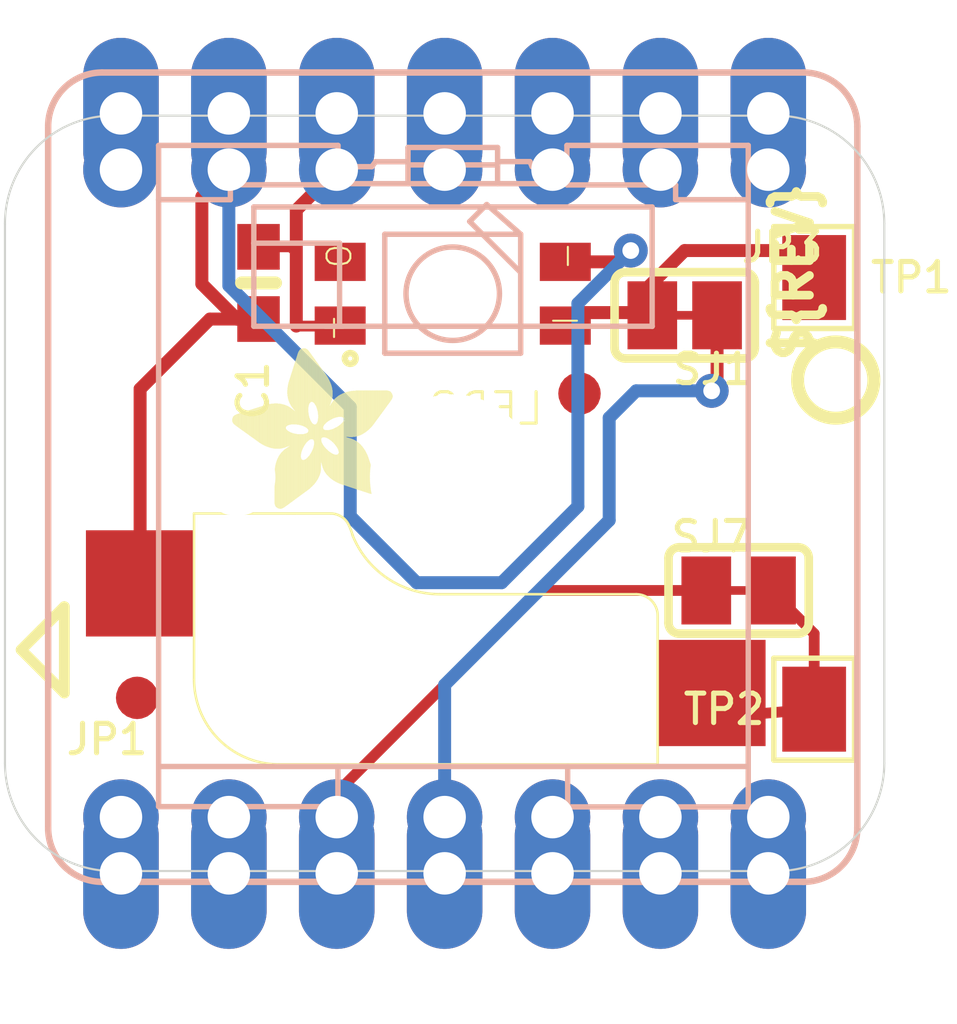
<source format=kicad_pcb>
(kicad_pcb (version 20221018) (generator pcbnew)
  (layers (0 "F.Cu" signal) (1 "In1.Cu" signal) (2 "In2.Cu" signal) (3 "In3.Cu" signal) (4 "In4.Cu" signal) (5 "In5.Cu" signal) (6 "In6.Cu" signal) (7 "In7.Cu" signal) (8 "In8.Cu" signal) (9 "In9.Cu" signal) (10 "In10.Cu" signal) (11 "In11.Cu" signal) (12 "In12.Cu" signal) (13 "In13.Cu" signal) (14 "In14.Cu" signal) (31 "B.Cu" signal) (34 "B.Paste" user) (35 "F.Paste" user) (36 "B.SilkS" user "B.Silkscreen") (37 "F.SilkS" user "F.Silkscreen") (38 "B.Mask" user) (39 "F.Mask" user) (44 "Edge.Cuts" user))
  (net 0 "")
  (net 1 "GND")
  (net 2 "+5V")
  (net 3 "A3")
  (net 4 "A0")
  (net 5 "A1")
  (net 6 "A2")
  (net 7 "SDA")
  (net 8 "SCL")
  (net 9 "TX")
  (net 10 "MOSI")
  (net 11 "SCK")
  (net 12 "RX")
  (net 13 "MISO")
  (net 14 "NEOPIX")
  (net 15 "3.3V")
  (net 16 "SWITCH")
  (footprint "working:SOLDERJUMPER_CLOSEDWIRE" (layer "F.Cu") (at 154.1526 100.8126 180)
    (fp_text reference "SJ1" (at -1.651 -1.27) (layer "F.SilkS") (effects (font (size 0.692831 0.692831) (thickness 0.119969)) (justify right)))
    (fp_text value "")
    (pad "1" smd rect (at -0.762 0 180) (size 1.1684 1.6002) (layers "F.Cu") (net 3 "A3"))
    (pad "2" smd rect (at 0.762 0 180) (size 1.1684 1.6002) (layers "F.Cu") (net 14 "NEOPIX"))
    (pad "WIRE" smd rect (at 0 0) (size 0.635 0.2032) (layers "F.Cu"))
  )
  (footprint "working:PLABEL9" (layer "F.Cu") (at 139.4206 97.5106 90)
    (fp_text reference "PLABEL9" hide)
    (fp_text value "" hide)
  )
  (footprint "working:PLABEL3" (layer "F.Cu") (at 154.4066 102.0826 180)
    (fp_text reference "PLABEL3" hide)
    (fp_text value "" hide)
  )
  (footprint "working:PLABEL6" (layer "F.Cu") (at 157.7086 106.1466 90)
    (fp_text reference "PLABEL6" hide)
    (fp_text value "" hide)
  )
  (footprint "working:0603-NO" (layer "F.Cu") (at 144.1196 100.0506 -90)
    (fp_text reference "C1" (at 1.778 0.127 90) (layer "F.SilkS") (effects (font (size 0.692831 0.692831) (thickness 0.119969)) (justify right)))
    (fp_text value "1uF")
    (pad "1" smd rect (at -0.85 0 270) (size 1.075 1) (layers "F.Cu" "F.Paste" "F.Mask") (net 15 "3.3V"))
    (pad "2" smd rect (at 0.85 0 270) (size 1.075 1) (layers "F.Cu" "F.Paste" "F.Mask") (net 1 "GND"))
  )
  (footprint "working:PLABEL7" (layer "F.Cu") (at 141.3256 102.0826 90)
    (fp_text reference "PLABEL7" hide)
    (fp_text value "" hide)
  )
  (footprint "working:PAD-1.5X2.0" (layer "F.Cu") (at 157.2006 110.0836 180)
    (fp_text reference "TP2" (at 1.1 0) (layer "F.SilkS") (effects (font (size 0.692831 0.692831) (thickness 0.119969)) (justify right)))
    (fp_text value "")
    (pad "P$1" smd rect (at 0 0 180) (size 1.5 2) (layers "F.Cu" "F.Mask") (net 16 "SWITCH"))
  )
  (footprint "working:1X07_CASTEL" (layer "F.Cu") (at 148.5011 112.6236)
    (fp_text reference "JP1" (at -8.9662 -1.8288) (layer "F.SilkS") (effects (font (size 0.692831 0.692831) (thickness 0.119969)) (justify left)))
    (fp_text value "")
    (pad "1" thru_hole circle (at -7.62 0 90) (size 1.778 1.778) (drill 1) (layers "*.Cu" "*.Mask") (net 4 "A0"))
    (pad "1C" thru_hole oval (at -7.62 1.323975 90) (size 3.556 1.778) (drill 1) (layers "*.Cu" "*.Mask") (net 4 "A0"))
    (pad "2" thru_hole circle (at -5.08 0 90) (size 1.778 1.778) (drill 1) (layers "*.Cu" "*.Mask") (net 5 "A1"))
    (pad "2C" thru_hole oval (at -5.08 1.323975 90) (size 3.556 1.778) (drill 1) (layers "*.Cu" "*.Mask") (net 5 "A1"))
    (pad "3" thru_hole circle (at -2.54 0 90) (size 1.778 1.778) (drill 1) (layers "*.Cu" "*.Mask") (net 6 "A2"))
    (pad "3C" thru_hole oval (at -2.54 1.323975 90) (size 3.556 1.778) (drill 1) (layers "*.Cu" "*.Mask") (net 6 "A2"))
    (pad "4" thru_hole circle (at 0 0 90) (size 1.778 1.778) (drill 1) (layers "*.Cu" "*.Mask") (net 3 "A3"))
    (pad "4C" thru_hole oval (at 0 1.323975 90) (size 3.556 1.778) (drill 1) (layers "*.Cu" "*.Mask") (net 3 "A3"))
    (pad "5" thru_hole circle (at 2.54 0 90) (size 1.778 1.778) (drill 1) (layers "*.Cu" "*.Mask") (net 7 "SDA"))
    (pad "5C" thru_hole oval (at 2.54 1.323975 90) (size 3.556 1.778) (drill 1) (layers "*.Cu" "*.Mask") (net 7 "SDA"))
    (pad "6" thru_hole circle (at 5.08 0 90) (size 1.778 1.778) (drill 1) (layers "*.Cu" "*.Mask") (net 8 "SCL"))
    (pad "6C" thru_hole oval (at 5.08 1.323975 90) (size 3.556 1.778) (drill 1) (layers "*.Cu" "*.Mask") (net 8 "SCL"))
    (pad "7" thru_hole circle (at 7.62 0 90) (size 1.778 1.778) (drill 1) (layers "*.Cu" "*.Mask") (net 9 "TX"))
    (pad "7C" thru_hole oval (at 7.62 1.323975 90) (size 3.556 1.778) (drill 1) (layers "*.Cu" "*.Mask") (net 9 "TX"))
  )
  (footprint "working:PLABEL2" (layer "F.Cu") (at 156.0576 98.6536 180)
    (fp_text reference "PLABEL2" hide)
    (fp_text value "" hide)
  )
  (footprint "working:ADAFRUIT_3.5MM" (layer "F.Cu") (at 147.2946 105.3846 90)
    (fp_text reference "U$2" hide)
    (fp_text value "" hide)
  )
  (footprint "working:PAD-1.5X2.0" (layer "F.Cu") (at 157.2006 99.9236)
    (fp_text reference "TP1" (at 1.27 0) (layer "F.SilkS") (effects (font (size 0.692831 0.692831) (thickness 0.119969)) (justify left)))
    (fp_text value "")
    (pad "P$1" smd rect (at 0 0) (size 1.5 2) (layers "F.Cu" "F.Mask") (net 14 "NEOPIX"))
  )
  (footprint "working:PLABEL1" (layer "F.Cu") (at 153.5176 105.8926 180)
    (fp_text reference "PLABEL1" hide)
    (fp_text value "" hide)
  )
  (footprint "working:PLABEL8" (layer "F.Cu") (at 139.2936 111.8616 90)
    (fp_text reference "PLABEL8" hide)
    (fp_text value "" hide)
  )
  (footprint "working:SOLDERJUMPER_CLOSEDWIRE" (layer "F.Cu") (at 155.4226 107.2896)
    (fp_text reference "SJ7" (at -1.651 -1.27) (layer "F.SilkS") (effects (font (size 0.692831 0.692831) (thickness 0.119969)) (justify left)))
    (fp_text value "")
    (pad "1" smd rect (at -0.762 0) (size 1.1684 1.6002) (layers "F.Cu") (net 6 "A2"))
    (pad "2" smd rect (at 0.762 0) (size 1.1684 1.6002) (layers "F.Cu") (net 16 "SWITCH"))
    (pad "WIRE" smd rect (at 0 0 180) (size 0.635 0.2032) (layers "F.Cu"))
  )
  (footprint "working:FIDUCIAL_1MM" (layer "F.Cu") (at 141.2621 109.8169 -90)
    (fp_text reference "U$6" hide)
    (fp_text value "FIDUCIAL_1MM" hide)
    (pad "1" smd roundrect (at 0 0 270) (size 1 1) (layers "F.Cu" "F.Mask") (roundrect_rratio 0.5))
  )
  (footprint "working:FIDUCIAL_1MM" (layer "F.Cu") (at 151.6761 102.6541 -90)
    (fp_text reference "U$8" hide)
    (fp_text value "FIDUCIAL_1MM" hide)
    (pad "1" smd roundrect (at 0 0 270) (size 1 1) (layers "F.Cu" "F.Mask") (roundrect_rratio 0.5))
  )
  (footprint "working:PLABEL5" (layer "F.Cu") (at 156.4386 104.4956 90)
    (fp_text reference "PLABEL5" hide)
    (fp_text value "" hide)
  )
  (footprint "working:PCBFEAT-REV-040" (layer "F.Cu") (at 157.7086 102.3366 -90)
    (fp_text reference "U$3" hide)
    (fp_text value "" hide)
    (fp_text user "${REV}" (at -0.3556 0.508 -90) (layer "F.SilkS") (effects (font (size 0.8128 0.8128) (thickness 0.2032)) (justify left bottom)))
  )
  (footprint "working:1X07_CASTEL" (layer "F.Cu") (at 148.5011 97.3836 180)
    (fp_text reference "JP3" (at -8.9662 -1.8288) (layer "F.SilkS") (effects (font (size 0.692831 0.692831) (thickness 0.119969)) (justify right)))
    (fp_text value "")
    (pad "1" thru_hole circle (at -7.62 0 270) (size 1.778 1.778) (drill 1) (layers "*.Cu" "*.Mask") (net 12 "RX"))
    (pad "1C" thru_hole oval (at -7.62 1.323975 270) (size 3.556 1.778) (drill 1) (layers "*.Cu" "*.Mask") (net 12 "RX"))
    (pad "2" thru_hole circle (at -5.08 0 270) (size 1.778 1.778) (drill 1) (layers "*.Cu" "*.Mask") (net 11 "SCK"))
    (pad "2C" thru_hole oval (at -5.08 1.323975 270) (size 3.556 1.778) (drill 1) (layers "*.Cu" "*.Mask") (net 11 "SCK"))
    (pad "3" thru_hole circle (at -2.54 0 270) (size 1.778 1.778) (drill 1) (layers "*.Cu" "*.Mask") (net 13 "MISO"))
    (pad "3C" thru_hole oval (at -2.54 1.323975 270) (size 3.556 1.778) (drill 1) (layers "*.Cu" "*.Mask") (net 13 "MISO"))
    (pad "4" thru_hole circle (at 0 0 270) (size 1.778 1.778) (drill 1) (layers "*.Cu" "*.Mask") (net 10 "MOSI"))
    (pad "4C" thru_hole oval (at 0 1.323975 270) (size 3.556 1.778) (drill 1) (layers "*.Cu" "*.Mask") (net 10 "MOSI"))
    (pad "5" thru_hole circle (at 2.54 0 270) (size 1.778 1.778) (drill 1) (layers "*.Cu" "*.Mask") (net 15 "3.3V"))
    (pad "5C" thru_hole oval (at 2.54 1.323975 270) (size 3.556 1.778) (drill 1) (layers "*.Cu" "*.Mask") (net 15 "3.3V"))
    (pad "6" thru_hole circle (at 5.08 0 270) (size 1.778 1.778) (drill 1) (layers "*.Cu" "*.Mask") (net 1 "GND"))
    (pad "6C" thru_hole oval (at 5.08 1.323975 270) (size 3.556 1.778) (drill 1) (layers "*.Cu" "*.Mask") (net 1 "GND"))
    (pad "7" thru_hole circle (at 7.62 0 270) (size 1.778 1.778) (drill 1) (layers "*.Cu" "*.Mask") (net 2 "+5V"))
    (pad "7C" thru_hole oval (at 7.62 1.323975 270) (size 3.556 1.778) (drill 1) (layers "*.Cu" "*.Mask") (net 2 "+5V"))
  )
  (footprint "working:PLABEL4" (layer "F.Cu") (at 139.0396 105.1306 90)
    (fp_text reference "PLABEL4" hide)
    (fp_text value "" hide)
  )
  (footprint "working:PLABEL0" (layer "F.Cu") (at 158.0896 113.3856 90)
    (fp_text reference "PLABEL0" hide)
    (fp_text value "" hide)
  )
  (footprint "working:NEO3535_REVERSE" (layer "B.Cu") (at 148.6916 100.3046 180)
    (fp_text reference "LED2" (at -2.1875 -2.7075) (layer "F.SilkS") (effects (font (size 0.739648 0.739648) (thickness 0.073152)) (justify left mirror)))
    (fp_text value "WS2812B_SK6812E" hide)
    (fp_text user "O" (at 2.667 0.889 90) (layer "F.SilkS") (effects (font (size 0.560832 0.560832) (thickness 0.048768))))
    (fp_text user "-" (at -2.667 0.889 90) (layer "F.SilkS") (effects (font (size 0.560832 0.560832) (thickness 0.048768))))
    (fp_text user "I" (at -2.667 -0.635 90) (layer "F.SilkS") (effects (font (size 0.560832 0.560832) (thickness 0.048768))))
    (fp_text user "+" (at 2.794 -0.762) (layer "F.SilkS") (effects (font (size 0.560832 0.560832) (thickness 0.048768))))
    (pad "1-VDD" smd rect (at 2.65 -0.75 180) (size 1.2 0.9) (layers "F.Cu" "F.Paste" "F.Mask") (net 15 "3.3V"))
    (pad "2-DOUT" smd rect (at 2.65 0.75 180) (size 1.2 0.9) (layers "F.Cu" "F.Paste" "F.Mask"))
    (pad "3-GND" smd rect (at -2.65 0.75 180) (size 1.2 0.9) (layers "F.Cu" "F.Paste" "F.Mask") (net 1 "GND"))
    (pad "4-DIN" smd rect (at -2.65 -0.75 180) (size 1.2 0.9) (layers "F.Cu" "F.Paste" "F.Mask") (net 14 "NEOPIX"))
  )
  (footprint "working:KAILH_SOCKET" (layer "B.Cu") (at 148.6916 104.6226)
    (fp_text reference "SW2" hide)
    (fp_text value "MX SOCKET" hide)
    (pad "" np_thru_hole circle (at -5.08 0) (size 1.8135 1.8135) (drill 1.8135) (layers "*.Cu" "*.Mask"))
    (pad "" np_thru_hole circle (at -3.81 2.54) (size 3.2 3.2) (drill 3.2) (layers "*.Cu" "*.Mask"))
    (pad "" np_thru_hole circle (at 0 0) (size 3.9 3.9) (drill 3.9) (layers "*.Cu" "*.Mask"))
    (pad "" np_thru_hole circle (at 2.54 5.08) (size 3.2 3.2) (drill 3.2) (layers "*.Cu" "*.Mask"))
    (pad "" np_thru_hole circle (at 5.08 0) (size 1.8135 1.8135) (drill 1.8135) (layers "*.Cu" "*.Mask"))
    (pad "1" smd rect (at 6.09 5.08 180) (size 2.55 2.5) (layers "F.Cu" "F.Paste" "F.Mask") (net 16 "SWITCH"))
    (pad "2" smd rect (at -7.36 2.5 180) (size 2.55 2.5) (layers "F.Cu" "F.Paste" "F.Mask") (net 1 "GND"))
  )
  (gr_line (start 138.5316 108.6866) (end 139.5476 109.7026) (stroke (width 0.254)) (layer "F.SilkS"))
  (gr_line (start 139.5476 107.6706) (end 138.5316 108.6866) (stroke (width 0.254)) (layer "F.SilkS"))
  (gr_line (start 139.5476 109.7026) (end 139.5476 107.6706) (stroke (width 0.254)) (layer "F.SilkS"))
  (gr_arc (start 156.3116 96.1136) (mid 158.107651 96.857549) (end 158.8516 98.6536) (stroke (width 0.05)) (layer "Edge.Cuts"))
  (gr_arc (start 138.1506 98.6536) (mid 138.894549 96.857549) (end 140.6906 96.1136) (stroke (width 0.05)) (layer "Edge.Cuts"))
  (gr_line (start 138.1506 98.6536) (end 138.1506 111.3536) (stroke (width 0.05)) (layer "Edge.Cuts"))
  (gr_arc (start 158.8516 111.3536) (mid 158.107651 113.149651) (end 156.3116 113.8936) (stroke (width 0.05)) (layer "Edge.Cuts"))
  (gr_line (start 156.3116 96.1136) (end 140.6906 96.1136) (stroke (width 0.05)) (layer "Edge.Cuts"))
  (gr_line (start 140.6906 113.8936) (end 156.3116 113.8936) (stroke (width 0.05)) (layer "Edge.Cuts"))
  (gr_line (start 158.8516 111.3536) (end 158.8516 98.6536) (stroke (width 0.05)) (layer "Edge.Cuts"))
  (gr_arc (start 140.6906 113.8936) (mid 138.894549 113.149651) (end 138.1506 111.3536) (stroke (width 0.05)) (layer "Edge.Cuts"))
  (segment (start 144.1196 100.9006) (end 143.6116 100.9006) (width 0.3048) (layer "F.Cu") (net 1))
  (segment (start 141.3316 107.1226) (end 141.3316 102.5456) (width 0.3048) (layer "F.Cu") (net 1))
  (segment (start 142.9766 100.9006) (end 141.3316 102.5456) (width 0.3048) (layer "F.Cu") (net 1))
  (segment (start 152.6166 99.5546) (end 152.8826 99.2886) (width 0.3048) (layer "F.Cu") (net 1))
  (segment (start 143.4211 96.059625) (end 143.4211 97.3836) (width 0.3048) (layer "F.Cu") (net 1))
  (segment (start 144.1196 100.9006) (end 142.9766 100.9006) (width 0.3048) (layer "F.Cu") (net 1))
  (segment (start 142.7861 98.0186) (end 143.4211 97.3836) (width 0.3048) (layer "F.Cu") (net 1))
  (segment (start 151.3416 99.5546) (end 152.6166 99.5546) (width 0.3048) (layer "F.Cu") (net 1))
  (segment (start 142.7861 100.0751) (end 143.6116 100.9006) (width 0.3048) (layer "F.Cu") (net 1))
  (segment (start 142.7861 98.0186) (end 142.7861 100.0751) (width 0.3048) (layer "F.Cu") (net 1))
  (via (at 152.8826 99.2886) (size 0.8001) (drill 0.3937) (layers "F.Cu" "B.Cu") (net 1))
  (segment (start 147.842543 107.106) (end 146.2786 105.542057) (width 0.3048) (layer "B.Cu") (net 1))
  (segment (start 146.2786 102.9716) (end 143.4211 100.1141) (width 0.3048) (layer "B.Cu") (net 1))
  (segment (start 152.8826 99.2886) (end 151.638 100.5332) (width 0.3048) (layer "B.Cu") (net 1))
  (segment (start 143.4211 100.1141) (end 143.4211 97.3836) (width 0.3048) (layer "B.Cu") (net 1))
  (segment (start 151.638 100.5332) (end 151.638 105.3117) (width 0.3048) (layer "B.Cu") (net 1))
  (segment (start 149.8437 107.106) (end 147.842543 107.106) (width 0.3048) (layer "B.Cu") (net 1))
  (segment (start 151.638 105.3117) (end 149.8437 107.106) (width 0.3048) (layer "B.Cu") (net 1))
  (segment (start 146.2786 105.542057) (end 146.2786 102.9716) (width 0.3048) (layer "B.Cu") (net 1))
  (segment (start 140.8811 96.059625) (end 140.8811 97.3836) (width 0.3048) (layer "F.Cu") (net 2))
  (segment (start 154.9146 102.4636) (end 154.7876 102.5906) (width 0.3048) (layer "F.Cu") (net 3))
  (segment (start 154.9146 100.8126) (end 154.9146 102.4636) (width 0.3048) (layer "F.Cu") (net 3))
  (segment (start 148.5011 113.947575) (end 148.5011 112.6236) (width 0.254) (layer "F.Cu") (net 3))
  (via (at 154.7876 102.5906) (size 0.8001) (drill 0.3937) (layers "F.Cu" "B.Cu") (net 3))
  (segment (start 152.3746 105.6386) (end 148.5011 109.5121) (width 0.3048) (layer "B.Cu") (net 3))
  (segment (start 153.0096 102.5906) (end 152.3746 103.2256) (width 0.3048) (layer "B.Cu") (net 3))
  (segment (start 148.5011 109.5121) (end 148.5011 112.6236) (width 0.3048) (layer "B.Cu") (net 3))
  (segment (start 152.3746 103.2256) (end 152.3746 105.6386) (width 0.3048) (layer "B.Cu") (net 3))
  (segment (start 154.7876 102.5906) (end 153.0096 102.5906) (width 0.3048) (layer "B.Cu") (net 3))
  (segment (start 140.8811 113.947575) (end 140.8811 112.6236) (width 0.254) (layer "F.Cu") (net 4))
  (segment (start 143.4211 113.947575) (end 143.4211 112.6236) (width 0.254) (layer "F.Cu") (net 5))
  (segment (start 145.9611 112.0521) (end 145.9611 112.6236) (width 0.254) (layer "F.Cu") (net 6))
  (segment (start 154.6606 107.2896) (end 150.7236 107.2896) (width 0.254) (layer "F.Cu") (net 6))
  (segment (start 145.9611 113.947575) (end 145.9611 112.6236) (width 0.254) (layer "F.Cu") (net 6))
  (segment (start 150.7236 107.2896) (end 145.9611 112.0521) (width 0.254) (layer "F.Cu") (net 6))
  (segment (start 151.0411 113.3221) (end 151.2316 113.1316) (width 0.254) (layer "F.Cu") (net 7))
  (segment (start 151.2316 113.1316) (end 151.2316 112.8141) (width 0.254) (layer "F.Cu") (net 7))
  (segment (start 151.0411 113.947575) (end 151.0411 113.3221) (width 0.254) (layer "F.Cu") (net 7))
  (segment (start 151.2316 112.8141) (end 151.0411 112.6236) (width 0.254) (layer "F.Cu") (net 7))
  (segment (start 153.5811 113.947575) (end 153.5811 112.6236) (width 0.254) (layer "F.Cu") (net 8))
  (segment (start 156.1211 113.947575) (end 156.1211 112.6236) (width 0.254) (layer "F.Cu") (net 9))
  (segment (start 148.5011 96.059625) (end 148.5011 97.3836) (width 0.3048) (layer "F.Cu") (net 10))
  (segment (start 153.5811 96.059625) (end 153.5811 97.3836) (width 0.3048) (layer "F.Cu") (net 11))
  (segment (start 156.1211 96.059625) (end 156.1211 97.3836) (width 0.3048) (layer "F.Cu") (net 12))
  (segment (start 150.8506 97.1931) (end 151.0411 97.3836) (width 0.3048) (layer "F.Cu") (net 13))
  (segment (start 151.0411 96.059625) (end 151.0411 96.5581) (width 0.3048) (layer "F.Cu") (net 13))
  (segment (start 150.8506 96.7486) (end 150.8506 97.1931) (width 0.3048) (layer "F.Cu") (net 13))
  (segment (start 151.0411 96.5581) (end 150.8506 96.7486) (width 0.3048) (layer "F.Cu") (net 13))
  (segment (start 151.6471 100.7491) (end 153.3271 100.7491) (width 0.3048) (layer "F.Cu") (net 14))
  (segment (start 154.1526 99.2886) (end 153.2636 100.1776) (width 0.3048) (layer "F.Cu") (net 14))
  (segment (start 156.5656 99.2886) (end 154.1526 99.2886) (width 0.3048) (layer "F.Cu") (net 14))
  (segment (start 157.2006 99.9236) (end 156.5656 99.2886) (width 0.3048) (layer "F.Cu") (net 14))
  (segment (start 151.3416 101.0546) (end 151.6471 100.7491) (width 0.3048) (layer "F.Cu") (net 14))
  (segment (start 153.2636 100.1776) (end 153.2636 100.6856) (width 0.3048) (layer "F.Cu") (net 14))
  (segment (start 153.2636 100.6856) (end 153.3271 100.7491) (width 0.3048) (layer "F.Cu") (net 14))
  (segment (start 153.3271 100.7491) (end 153.3906 100.8126) (width 0.3048) (layer "F.Cu") (net 14))
  (segment (start 145.0086 99.3276) (end 145.0086 101.0666) (width 0.254) (layer "F.Cu") (net 15))
  (segment (start 146.0296 101.0666) (end 146.0416 101.0546) (width 0.254) (layer "F.Cu") (net 15))
  (segment (start 144.8816 99.2006) (end 145.0086 99.3276) (width 0.254) (layer "F.Cu") (net 15))
  (segment (start 144.1196 99.2006) (end 144.8816 99.2006) (width 0.254) (layer "F.Cu") (net 15))
  (segment (start 145.0086 101.0666) (end 146.0296 101.0666) (width 0.254) (layer "F.Cu") (net 15))
  (segment (start 145.0086 98.3361) (end 145.0086 101.0666) (width 0.3048) (layer "F.Cu") (net 15))
  (segment (start 145.9611 97.3836) (end 145.0086 98.3361) (width 0.3048) (layer "F.Cu") (net 15))
  (segment (start 145.9611 96.059625) (end 145.9611 97.3836) (width 0.3048) (layer "F.Cu") (net 15))
  (segment (start 155.6766 110.2106) (end 155.4226 110.4646) (width 0.254) (layer "F.Cu") (net 16))
  (segment (start 157.2006 108.3056) (end 157.2006 110.0836) (width 0.254) (layer "F.Cu") (net 16))
  (segment (start 157.2006 110.0836) (end 155.6766 110.2106) (width 0.254) (layer "F.Cu") (net 16))
  (segment (start 155.4226 110.4646) (end 155.1626 110.4646) (width 0.254) (layer "F.Cu") (net 16))
  (segment (start 156.1846 107.2896) (end 157.2006 108.3056) (width 0.254) (layer "F.Cu") (net 16))
  (segment (start 155.1626 110.4646) (end 154.7816 109.7026) (width 0.254) (layer "F.Cu") (net 16))
)
</source>
